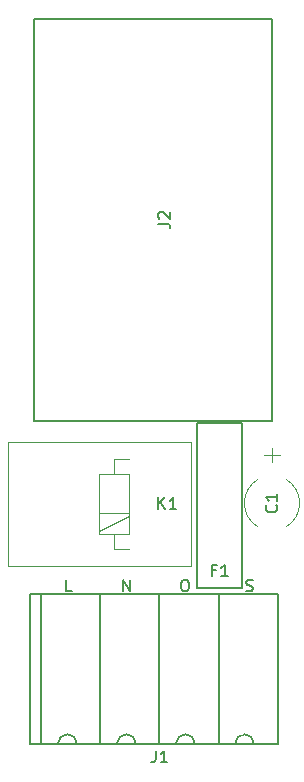
<source format=gto>
G04 #@! TF.GenerationSoftware,KiCad,Pcbnew,(5.1.4)-1*
G04 #@! TF.CreationDate,2019-10-10T22:11:15+02:00*
G04 #@! TF.ProjectId,WirelessTouchLight,57697265-6c65-4737-9354-6f7563684c69,rev?*
G04 #@! TF.SameCoordinates,Original*
G04 #@! TF.FileFunction,Legend,Top*
G04 #@! TF.FilePolarity,Positive*
%FSLAX46Y46*%
G04 Gerber Fmt 4.6, Leading zero omitted, Abs format (unit mm)*
G04 Created by KiCad (PCBNEW (5.1.4)-1) date 2019-10-10 22:11:15*
%MOMM*%
%LPD*%
G04 APERTURE LIST*
%ADD10C,0.150000*%
%ADD11C,0.120000*%
G04 APERTURE END LIST*
D10*
X60039285Y-66444761D02*
X60182142Y-66492380D01*
X60420238Y-66492380D01*
X60515476Y-66444761D01*
X60563095Y-66397142D01*
X60610714Y-66301904D01*
X60610714Y-66206666D01*
X60563095Y-66111428D01*
X60515476Y-66063809D01*
X60420238Y-66016190D01*
X60229761Y-65968571D01*
X60134523Y-65920952D01*
X60086904Y-65873333D01*
X60039285Y-65778095D01*
X60039285Y-65682857D01*
X60086904Y-65587619D01*
X60134523Y-65540000D01*
X60229761Y-65492380D01*
X60467857Y-65492380D01*
X60610714Y-65540000D01*
X54768761Y-65492380D02*
X54959238Y-65492380D01*
X55054476Y-65540000D01*
X55149714Y-65635238D01*
X55197333Y-65825714D01*
X55197333Y-66159047D01*
X55149714Y-66349523D01*
X55054476Y-66444761D01*
X54959238Y-66492380D01*
X54768761Y-66492380D01*
X54673523Y-66444761D01*
X54578285Y-66349523D01*
X54530666Y-66159047D01*
X54530666Y-65825714D01*
X54578285Y-65635238D01*
X54673523Y-65540000D01*
X54768761Y-65492380D01*
X49625285Y-66492380D02*
X49625285Y-65492380D01*
X50196714Y-66492380D01*
X50196714Y-65492380D01*
X45267523Y-66492380D02*
X44791333Y-66492380D01*
X44791333Y-65492380D01*
D11*
X62880000Y-54915000D02*
X61580000Y-54915000D01*
X62230000Y-54315000D02*
X62230000Y-55515000D01*
X61048811Y-61034998D02*
G75*
G02X61050000Y-56994307I1181189J2019998D01*
G01*
X63411189Y-61034998D02*
G75*
G03X63410000Y-56994307I-1181189J2019998D01*
G01*
D10*
X59690000Y-66167000D02*
X59690000Y-52197000D01*
X55880000Y-52197000D02*
X55880000Y-66167000D01*
X55880000Y-52197000D02*
X59690000Y-52197000D01*
X59690000Y-66167000D02*
X55880000Y-66167000D01*
X42050000Y-52020000D02*
X62250000Y-52020000D01*
X42050000Y-18020000D02*
X42050000Y-52020000D01*
X42250000Y-18020000D02*
X42050000Y-18020000D01*
X62250000Y-18020000D02*
X42250000Y-18020000D01*
X62250000Y-52020000D02*
X62250000Y-18020000D01*
D11*
X50105000Y-59845000D02*
X47705000Y-59845000D01*
X50165000Y-60085000D02*
X47625000Y-61355000D01*
X48895000Y-61595000D02*
X48895000Y-62865000D01*
X48895000Y-62865000D02*
X50165000Y-62865000D01*
X50165000Y-55245000D02*
X48895000Y-55245000D01*
X48895000Y-55245000D02*
X48895000Y-56515000D01*
X48895000Y-56515000D02*
X47625000Y-56515000D01*
X47625000Y-56515000D02*
X47625000Y-61595000D01*
X47625000Y-61595000D02*
X50165000Y-61595000D01*
X50165000Y-61595000D02*
X50165000Y-56515000D01*
X50165000Y-56515000D02*
X48895000Y-56515000D01*
X39875000Y-53805000D02*
X55375000Y-53805000D01*
X55375000Y-53805000D02*
X55375000Y-64305000D01*
X55375000Y-64305000D02*
X39875000Y-64305000D01*
X39875000Y-64305000D02*
X39875000Y-53805000D01*
D10*
X62705000Y-66675000D02*
X62705000Y-79375000D01*
X57705000Y-66675000D02*
X57705000Y-79375000D01*
X59905000Y-78575000D02*
G75*
G03X59105000Y-79375000I0J-800000D01*
G01*
X60705000Y-79375000D02*
G75*
G03X59905000Y-78575000I-800000J0D01*
G01*
X55705000Y-79375000D02*
G75*
G03X54905000Y-78575000I-800000J0D01*
G01*
X54905000Y-78575000D02*
G75*
G03X54105000Y-79375000I0J-800000D01*
G01*
X49905000Y-78575000D02*
G75*
G03X49105000Y-79375000I0J-800000D01*
G01*
X50705000Y-79375000D02*
G75*
G03X49905000Y-78575000I-800000J0D01*
G01*
X44905000Y-78575000D02*
G75*
G03X44105000Y-79375000I0J-800000D01*
G01*
X45705000Y-79375000D02*
G75*
G03X44905000Y-78575000I-800000J0D01*
G01*
X47705000Y-79375000D02*
X47705000Y-66675000D01*
X42705000Y-79375000D02*
X42705000Y-66675000D01*
X41705000Y-79375000D02*
X41705000Y-66675000D01*
X41705000Y-66675000D02*
X62705000Y-66675000D01*
X52705000Y-66675000D02*
X52705000Y-79375000D01*
X62705000Y-79375000D02*
X41705000Y-79375000D01*
X62587142Y-59181666D02*
X62634761Y-59229285D01*
X62682380Y-59372142D01*
X62682380Y-59467380D01*
X62634761Y-59610238D01*
X62539523Y-59705476D01*
X62444285Y-59753095D01*
X62253809Y-59800714D01*
X62110952Y-59800714D01*
X61920476Y-59753095D01*
X61825238Y-59705476D01*
X61730000Y-59610238D01*
X61682380Y-59467380D01*
X61682380Y-59372142D01*
X61730000Y-59229285D01*
X61777619Y-59181666D01*
X62682380Y-58229285D02*
X62682380Y-58800714D01*
X62682380Y-58515000D02*
X61682380Y-58515000D01*
X61825238Y-58610238D01*
X61920476Y-58705476D01*
X61968095Y-58800714D01*
X57451666Y-64698571D02*
X57118333Y-64698571D01*
X57118333Y-65222380D02*
X57118333Y-64222380D01*
X57594523Y-64222380D01*
X58499285Y-65222380D02*
X57927857Y-65222380D01*
X58213571Y-65222380D02*
X58213571Y-64222380D01*
X58118333Y-64365238D01*
X58023095Y-64460476D01*
X57927857Y-64508095D01*
X52602380Y-35353333D02*
X53316666Y-35353333D01*
X53459523Y-35400952D01*
X53554761Y-35496190D01*
X53602380Y-35639047D01*
X53602380Y-35734285D01*
X52697619Y-34924761D02*
X52650000Y-34877142D01*
X52602380Y-34781904D01*
X52602380Y-34543809D01*
X52650000Y-34448571D01*
X52697619Y-34400952D01*
X52792857Y-34353333D01*
X52888095Y-34353333D01*
X53030952Y-34400952D01*
X53602380Y-34972380D01*
X53602380Y-34353333D01*
X52601904Y-59507380D02*
X52601904Y-58507380D01*
X53173333Y-59507380D02*
X52744761Y-58935952D01*
X53173333Y-58507380D02*
X52601904Y-59078809D01*
X54125714Y-59507380D02*
X53554285Y-59507380D01*
X53840000Y-59507380D02*
X53840000Y-58507380D01*
X53744761Y-58650238D01*
X53649523Y-58745476D01*
X53554285Y-58793095D01*
X52371666Y-79970380D02*
X52371666Y-80684666D01*
X52324047Y-80827523D01*
X52228809Y-80922761D01*
X52085952Y-80970380D01*
X51990714Y-80970380D01*
X53371666Y-80970380D02*
X52800238Y-80970380D01*
X53085952Y-80970380D02*
X53085952Y-79970380D01*
X52990714Y-80113238D01*
X52895476Y-80208476D01*
X52800238Y-80256095D01*
M02*

</source>
